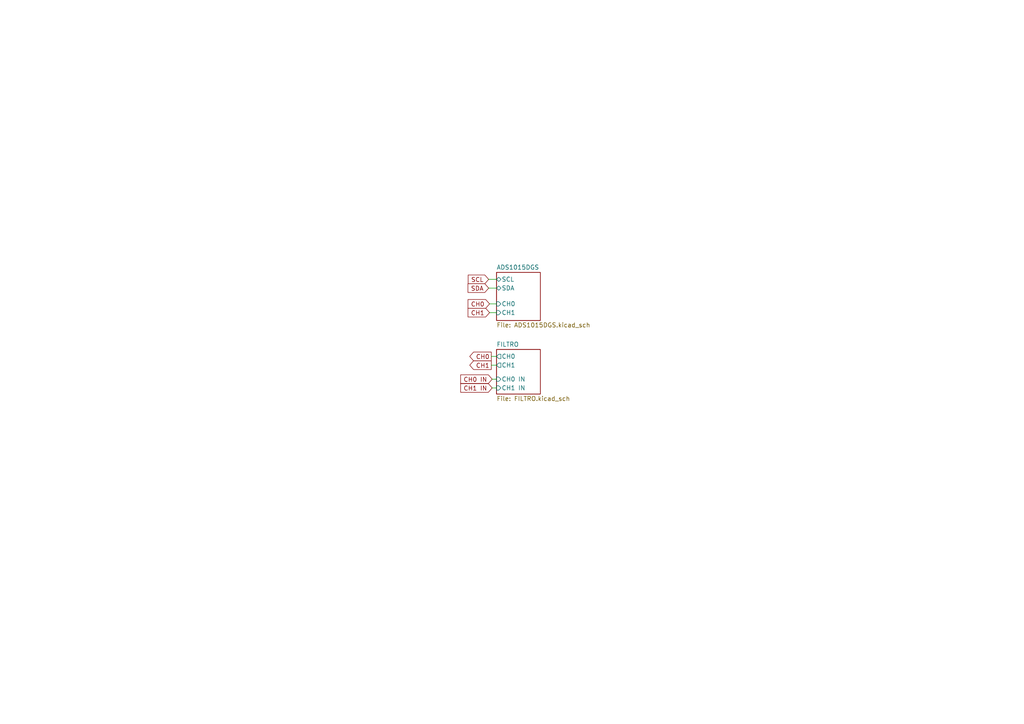
<source format=kicad_sch>
(kicad_sch (version 20230121) (generator eeschema)
  (paper "A4")
  (title_block (title "Franzininho BioAmp") (date "2023-05-24") (rev "00") (company "Franzininho"))
  (lib_symbols)
  (wire (pts (xy 142.748 109.982) (xy 144.018 109.982)))
  (wire (pts (xy 142.494 105.918) (xy 144.018 105.918)))
  (wire (pts (xy 141.732 81.026) (xy 144.018 81.026)))
  (wire (pts (xy 141.986 88.138) (xy 144.018 88.138)))
  (wire (pts (xy 142.748 112.522) (xy 144.018 112.522)))
  (wire (pts (xy 141.732 83.566) (xy 144.018 83.566)))
  (wire (pts (xy 141.986 90.678) (xy 144.018 90.678)))
  (wire (pts (xy 142.494 103.378) (xy 144.018 103.378)))
  (global_label "CH0" (shape output) (at 142.494 103.378 180) (property "Intersheetrefs" "${INTERSHEET_REFS}" (effects hide)))
  (global_label "CH1 IN" (shape input) (at 142.748 112.522 180) (property "Intersheetrefs" "${INTERSHEET_REFS}" (effects hide)))
  (global_label "CH1" (shape input) (at 141.986 90.678 180) (property "Intersheetrefs" "${INTERSHEET_REFS}" (effects hide)))
  (global_label "CH0" (shape input) (at 141.986 88.138 180) (property "Intersheetrefs" "${INTERSHEET_REFS}" (effects hide)))
  (global_label "CH1" (shape output) (at 142.494 105.918 180) (property "Intersheetrefs" "${INTERSHEET_REFS}" (effects hide)))
  (global_label "SCL" (shape input) (at 141.732 81.026 180) (property "Intersheetrefs" "${INTERSHEET_REFS}" (effects hide)))
  (global_label "CH0 IN" (shape input) (at 142.748 109.982 180) (property "Intersheetrefs" "${INTERSHEET_REFS}" (effects hide)))
  (global_label "SDA" (shape input) (at 141.732 83.566 180) (property "Intersheetrefs" "${INTERSHEET_REFS}" (effects hide)))
  (sheet (at 144.018 78.994) (size 12.7 13.97) (stroke (width 0.1524))
    (property "Sheetname" "ADS1015DGS" (at 144.018 78.2824 0) (effects (justify left bottom)))
    (property "Sheetfile" "ADS1015DGS.kicad_sch" (at 144.018 93.5486 0) (effects (justify left top)))
    (pin "SCL" bidirectional (at 144.018 81.026 180))
    (pin "SDA" bidirectional (at 144.018 83.566 180))
    (pin "CH0" input (at 144.018 88.138 180))
    (pin "CH1" input (at 144.018 90.678 180))
  )
  (sheet (at 144.018 101.346) (size 12.7 12.954) (stroke (width 0.1524))
    (property "Sheetname" "FILTRO" (at 144.018 100.6344 0) (effects (justify left bottom)))
    (property "Sheetfile" "FILTRO.kicad_sch" (at 144.018 114.8846 0) (effects (justify left top)))
    (pin "CH1" output (at 144.018 105.918 180))
    (pin "CH0" output (at 144.018 103.378 180))
    (pin "CH0 IN" input (at 144.018 109.982 180))
    (pin "CH1 IN" input (at 144.018 112.522 180))
  )
)
</source>
